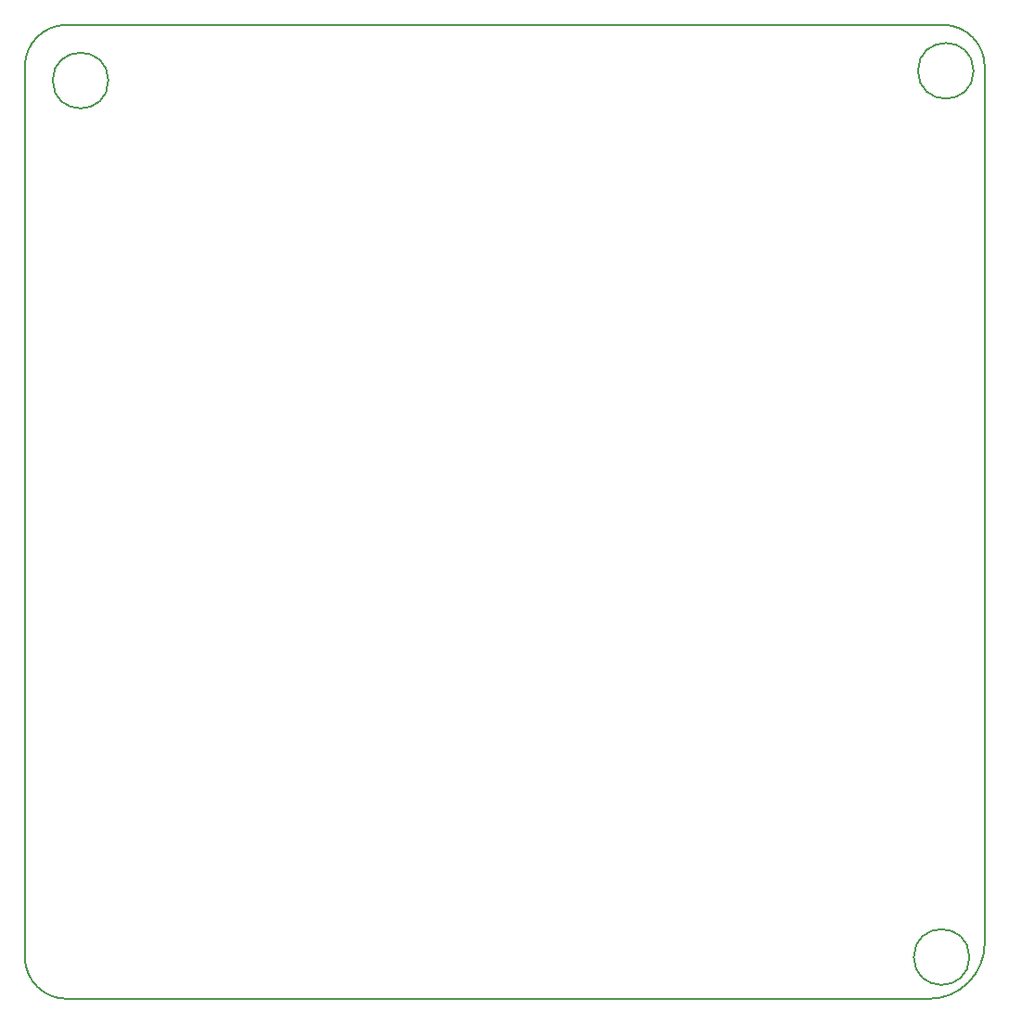
<source format=gbr>
G04 #@! TF.FileFunction,Profile,NP*
%FSLAX46Y46*%
G04 Gerber Fmt 4.6, Leading zero omitted, Abs format (unit mm)*
G04 Created by KiCad (PCBNEW 4.0.7) date 07/24/18 12:57:13*
%MOMM*%
%LPD*%
G01*
G04 APERTURE LIST*
%ADD10C,0.100000*%
%ADD11C,0.150000*%
G04 APERTURE END LIST*
D10*
D11*
X194310000Y-64770000D02*
X194310000Y-66040000D01*
X189230000Y-149860000D02*
X110490000Y-149860000D01*
X106680000Y-144780000D02*
X106680000Y-146050000D01*
X106680000Y-146050000D02*
G75*
G03X110490000Y-149860000I3810000J0D01*
G01*
X110490000Y-60960000D02*
G75*
G03X106680000Y-64770000I0J-3810000D01*
G01*
X194310000Y-64770000D02*
G75*
G03X190500000Y-60960000I-3810000J0D01*
G01*
X189230000Y-149860000D02*
G75*
G03X194310000Y-144780000I0J5080000D01*
G01*
X110490000Y-60960000D02*
X190500000Y-60960000D01*
X106680000Y-144780000D02*
X106680000Y-64770000D01*
X194310000Y-66040000D02*
X194310000Y-144780000D01*
X192913000Y-146050000D02*
G75*
G03X192913000Y-146050000I-2540000J0D01*
G01*
X193294000Y-65151000D02*
G75*
G03X193294000Y-65151000I-2540000J0D01*
G01*
X114300000Y-66040000D02*
G75*
G03X114300000Y-66040000I-2540000J0D01*
G01*
M02*

</source>
